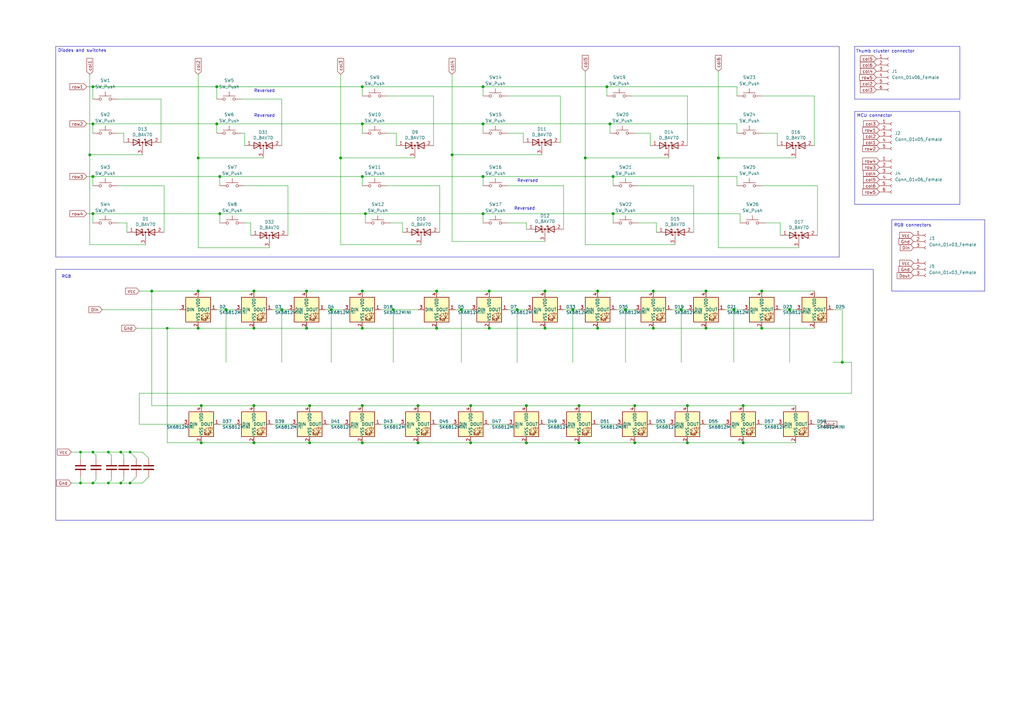
<source format=kicad_sch>
(kicad_sch (version 20221004) (generator eeschema)
  (paper "A3")
  (title_block (title "flex.sch") (date "2022-02-20") (company "bastard keyboards") (comment 3 "CC BY-NC-SA 4.0") (comment 4 "Copyright Quentin Lebastard 2022"))
  (lib_symbols
    (symbol "Connector:Conn_01x03_Female" (pin_names (offset 1.016) hide)
      (property "Reference" "J" (at 0 5.08 0))
      (property "Value" "Conn_01x03_Female" (at 0 -5.08 0))
      (symbol "Conn_01x03_Female_1_1"
        (arc (start 0 -2.032) (mid -0.5058 -2.54) (end 0 -3.048) (stroke (width 0.1524)))
        (polyline (pts (xy -1.27 -2.54) (xy -0.508 -2.54)) (stroke (width 0.1524)))
        (polyline (pts (xy -1.27 0) (xy -0.508 0)) (stroke (width 0.1524)))
        (polyline (pts (xy -1.27 2.54) (xy -0.508 2.54)) (stroke (width 0.1524)))
        (arc (start 0 0.508) (mid -0.5058 0) (end 0 -0.508) (stroke (width 0.1524)))
        (arc (start 0 3.048) (mid -0.5058 2.54) (end 0 2.032) (stroke (width 0.1524)))
        (pin passive line (at -5.08 2.54 0) (length 3.81) (name "Pin_1") (number "1"))
        (pin passive line (at -5.08 0 0) (length 3.81) (name "Pin_2") (number "2"))
        (pin passive line (at -5.08 -2.54 0) (length 3.81) (name "Pin_3") (number "3"))
      )
    )
    (symbol "Connector:Conn_01x05_Female" (pin_names (offset 1.016) hide)
      (property "Reference" "J" (at 0 7.62 0))
      (property "Value" "Conn_01x05_Female" (at 0 -7.62 0))
      (symbol "Conn_01x05_Female_1_1"
        (arc (start 0 -4.572) (mid -0.5058 -5.08) (end 0 -5.588) (stroke (width 0.1524)))
        (arc (start 0 -2.032) (mid -0.5058 -2.54) (end 0 -3.048) (stroke (width 0.1524)))
        (polyline (pts (xy -1.27 -5.08) (xy -0.508 -5.08)) (stroke (width 0.1524)))
        (polyline (pts (xy -1.27 -2.54) (xy -0.508 -2.54)) (stroke (width 0.1524)))
        (polyline (pts (xy -1.27 0) (xy -0.508 0)) (stroke (width 0.1524)))
        (polyline (pts (xy -1.27 2.54) (xy -0.508 2.54)) (stroke (width 0.1524)))
        (polyline (pts (xy -1.27 5.08) (xy -0.508 5.08)) (stroke (width 0.1524)))
        (arc (start 0 0.508) (mid -0.5058 0) (end 0 -0.508) (stroke (width 0.1524)))
        (arc (start 0 3.048) (mid -0.5058 2.54) (end 0 2.032) (stroke (width 0.1524)))
        (arc (start 0 5.588) (mid -0.5058 5.08) (end 0 4.572) (stroke (width 0.1524)))
        (pin passive line (at -5.08 5.08 0) (length 3.81) (name "Pin_1") (number "1"))
        (pin passive line (at -5.08 2.54 0) (length 3.81) (name "Pin_2") (number "2"))
        (pin passive line (at -5.08 0 0) (length 3.81) (name "Pin_3") (number "3"))
        (pin passive line (at -5.08 -2.54 0) (length 3.81) (name "Pin_4") (number "4"))
        (pin passive line (at -5.08 -5.08 0) (length 3.81) (name "Pin_5") (number "5"))
      )
    )
    (symbol "Connector:Conn_01x06_Female" (pin_names (offset 1.016) hide)
      (property "Reference" "J" (at 0 7.62 0))
      (property "Value" "Conn_01x06_Female" (at 0 -10.16 0))
      (symbol "Conn_01x06_Female_1_1"
        (arc (start 0 -7.112) (mid -0.5058 -7.62) (end 0 -8.128) (stroke (width 0.1524)))
        (arc (start 0 -4.572) (mid -0.5058 -5.08) (end 0 -5.588) (stroke (width 0.1524)))
        (arc (start 0 -2.032) (mid -0.5058 -2.54) (end 0 -3.048) (stroke (width 0.1524)))
        (polyline (pts (xy -1.27 -7.62) (xy -0.508 -7.62)) (stroke (width 0.1524)))
        (polyline (pts (xy -1.27 -5.08) (xy -0.508 -5.08)) (stroke (width 0.1524)))
        (polyline (pts (xy -1.27 -2.54) (xy -0.508 -2.54)) (stroke (width 0.1524)))
        (polyline (pts (xy -1.27 0) (xy -0.508 0)) (stroke (width 0.1524)))
        (polyline (pts (xy -1.27 2.54) (xy -0.508 2.54)) (stroke (width 0.1524)))
        (polyline (pts (xy -1.27 5.08) (xy -0.508 5.08)) (stroke (width 0.1524)))
        (arc (start 0 0.508) (mid -0.5058 0) (end 0 -0.508) (stroke (width 0.1524)))
        (arc (start 0 3.048) (mid -0.5058 2.54) (end 0 2.032) (stroke (width 0.1524)))
        (arc (start 0 5.588) (mid -0.5058 5.08) (end 0 4.572) (stroke (width 0.1524)))
        (pin passive line (at -5.08 5.08 0) (length 3.81) (name "Pin_1") (number "1"))
        (pin passive line (at -5.08 2.54 0) (length 3.81) (name "Pin_2") (number "2"))
        (pin passive line (at -5.08 0 0) (length 3.81) (name "Pin_3") (number "3"))
        (pin passive line (at -5.08 -2.54 0) (length 3.81) (name "Pin_4") (number "4"))
        (pin passive line (at -5.08 -5.08 0) (length 3.81) (name "Pin_5") (number "5"))
        (pin passive line (at -5.08 -7.62 0) (length 3.81) (name "Pin_6") (number "6"))
      )
    )
    (symbol "Device:C" (pin_numbers hide) (pin_names (offset 0.254))
      (property "Reference" "C" (at 0.635 2.54 0))
      (property "Value" "C" (at 0.635 -2.54 0))
      (symbol "C_0_1"
        (polyline (pts (xy -2.032 -0.762) (xy 2.032 -0.762)) (stroke (width 0.508)))
        (polyline (pts (xy -2.032 0.762) (xy 2.032 0.762)) (stroke (width 0.508)))
      )
      (symbol "C_1_1"
        (pin passive line (at 0 3.81 270) (length 2.794) (name "~") (number "1"))
        (pin passive line (at 0 -3.81 90) (length 2.794) (name "~") (number "2"))
      )
    )
    (symbol "kbd:D_BAV70" (pin_names (offset 0.762) hide)
      (property "Reference" "D13" (at 0 5.4802 0))
      (property "Value" "D_BAV70" (at 0 3.1815 0))
      (symbol "D_BAV70_0_1"
        (polyline (pts (xy -3.81 0) (xy 3.81 0)))
        (polyline (pts (xy 0 0) (xy 0 -2.54)))
        (polyline (pts (xy -1.27 -1.27) (xy -1.27 1.27) (xy -1.27 1.27)) (stroke (width 0.254)))
        (polyline (pts (xy 1.27 -1.27) (xy 1.27 1.27) (xy 1.27 1.27)) (stroke (width 0.254)))
        (polyline (pts (xy -1.27 -1.27) (xy -0.762 -1.27) (xy -0.762 -1.016) (xy -0.762 -1.016)) (stroke (width 0.254)))
        (polyline (pts (xy 1.27 -1.27) (xy 1.778 -1.27) (xy 1.778 -1.016) (xy 1.778 -1.016)) (stroke (width 0.254)))
        (polyline (pts (xy 1.27 1.27) (xy 0.762 1.27) (xy 0.762 1.016) (xy 0.762 1.016)) (stroke (width 0.254)))
        (polyline (pts (xy -1.778 1.016) (xy -1.778 1.27) (xy -1.27 1.27) (xy -1.27 1.27) (xy -1.27 1.27)) (stroke (width 0.254)))
        (polyline (pts (xy -3.81 1.27) (xy -1.27 0) (xy -3.81 -1.27) (xy -3.81 1.27) (xy -3.81 1.27) (xy -3.81 1.27)) (stroke (width 0.254)))
        (polyline (pts (xy 3.81 -1.27) (xy 1.27 0) (xy 3.81 1.27) (xy 3.81 -1.27) (xy 3.81 -1.27) (xy 3.81 -1.27)) (stroke (width 0.254)))
        (circle (center 0 0) (radius 0.254) (fill (type outline)))
        (pin passive line (at -7.62 0 0) (length 3.81) (name "A") (number "1"))
        (pin passive line (at 7.62 0 180) (length 3.81) (name "A") (number "2"))
        (pin passive line (at 0 -5.08 90) (length 2.54) (name "K") (number "3"))
      )
    )
    (symbol "kbd:SK6803MINI-E" (pin_names (offset 0.254))
      (property "Reference" "D2" (at 8.6361 1.1494 0))
      (property "Value" "SK6812MINI" (at 8.6361 -1.1493 0))
      (symbol "SK6803MINI-E_0_0"
        (text "RGB" (at 2.286 -4.191 0) (effects (font (size 0.762 0.762))))
      )
      (symbol "SK6803MINI-E_0_1"
        (polyline (pts (xy 1.27 -3.556) (xy 1.778 -3.556)))
        (polyline (pts (xy 1.27 -2.54) (xy 1.778 -2.54)))
        (polyline (pts (xy 4.699 -3.556) (xy 2.667 -3.556)))
        (polyline (pts (xy 2.286 -2.54) (xy 1.27 -3.556) (xy 1.27 -3.048)))
        (polyline (pts (xy 2.286 -1.524) (xy 1.27 -2.54) (xy 1.27 -2.032)))
        (polyline (pts (xy 3.683 -1.016) (xy 3.683 -3.556) (xy 3.683 -4.064)))
        (polyline (pts (xy 4.699 -1.524) (xy 2.667 -1.524) (xy 3.683 -3.556) (xy 4.699 -1.524)))
        (rectangle (start 5.08 5.08) (end -5.08 -5.08) (stroke (width 0.254)) (fill (type background)))
      )
      (symbol "SK6803MINI-E_1_1"
        (pin output line (at 7.62 0 180) (length 2.54) (name "DOUT") (number "1"))
        (pin power_in line (at 0 -7.62 90) (length 2.54) (name "VSS") (number "2"))
        (pin input line (at -7.62 0 0) (length 2.54) (name "DIN") (number "3"))
        (pin power_in line (at 0 7.62 270) (length 2.54) (name "VDD") (number "4"))
      )
    )
    (symbol "kbd:SW_Push" (pin_numbers hide) (pin_names hide)
      (property "Reference" "SW1" (at 0 7.62 0))
      (property "Value" "SW_Push" (at 0 5.08 0))
      (symbol "SW_Push_0_1"
        (circle (center -2.032 0) (radius 0.508))
        (polyline (pts (xy 0 1.27) (xy 0 3.048)))
        (polyline (pts (xy 2.54 1.27) (xy -2.54 1.27)))
        (circle (center 2.032 0) (radius 0.508))
        (pin passive line (at -5.08 0 0) (length 2.54) (name "1") (number "1"))
        (pin passive line (at 5.08 0 180) (length 2.54) (name "2") (number "2"))
      )
    )
  )
  (junction (at 345.44 148.59) (diameter 1.016))
  (junction (at 148.59 35.56) (diameter 1.016))
  (junction (at 215.9 166.37) (diameter 1.016))
  (junction (at 240.03 64.77) (diameter 1.016))
  (junction (at 179.07 119.38) (diameter 1.016))
  (junction (at 200.66 119.38) (diameter 1.016))
  (junction (at 198.12 87.63) (diameter 1.016))
  (junction (at 127 166.37) (diameter 1.016))
  (junction (at 88.9 35.56) (diameter 1.016))
  (junction (at 38.1 198.12))
  (junction (at 38.1 185.42))
  (junction (at 179.07 134.62) (diameter 1.016))
  (junction (at 256.54 127) (diameter 1.016))
  (junction (at 82.55 181.61) (diameter 1.016))
  (junction (at 104.14 119.38) (diameter 1.016))
  (junction (at 171.45 181.61) (diameter 1.016))
  (junction (at 215.9 181.61) (diameter 1.016))
  (junction (at 312.42 134.62) (diameter 1.016))
  (junction (at 171.45 166.37) (diameter 1.016))
  (junction (at 148.59 72.39) (diameter 1.016))
  (junction (at 223.52 134.62) (diameter 1.016))
  (junction (at 115.57 127) (diameter 1.016))
  (junction (at 279.4 127) (diameter 1.016))
  (junction (at 38.1 72.39) (diameter 1.016))
  (junction (at 81.28 119.38) (diameter 1.016))
  (junction (at 88.9 50.8) (diameter 1.016))
  (junction (at 248.92 35.56) (diameter 1.016))
  (junction (at 212.09 127) (diameter 1.016))
  (junction (at 281.94 181.61) (diameter 1.016))
  (junction (at 125.73 134.62) (diameter 1.016))
  (junction (at 300.99 127) (diameter 1.016))
  (junction (at 81.28 64.77) (diameter 1.016))
  (junction (at 104.14 166.37) (diameter 1.016))
  (junction (at 289.56 134.62) (diameter 1.016))
  (junction (at 38.1 35.56) (diameter 1.016))
  (junction (at 234.95 127) (diameter 1.016))
  (junction (at 148.59 134.62) (diameter 1.016))
  (junction (at 82.55 166.37) (diameter 1.016))
  (junction (at 148.59 119.38) (diameter 1.016))
  (junction (at 62.23 119.38) (diameter 1.016))
  (junction (at 38.1 50.8) (diameter 1.016))
  (junction (at 281.94 166.37) (diameter 1.016))
  (junction (at 81.28 134.62) (diameter 1.016))
  (junction (at 245.11 134.62) (diameter 1.016))
  (junction (at 44.45 198.12))
  (junction (at 267.97 119.38) (diameter 1.016))
  (junction (at 161.29 127) (diameter 1.016))
  (junction (at 237.49 181.61) (diameter 1.016))
  (junction (at 289.56 119.38) (diameter 1.016))
  (junction (at 304.8 181.61) (diameter 1.016))
  (junction (at 68.58 134.62))
  (junction (at 104.14 181.61) (diameter 1.016))
  (junction (at 127 181.61) (diameter 1.016))
  (junction (at 260.35 181.61) (diameter 1.016))
  (junction (at 245.11 119.38) (diameter 1.016))
  (junction (at 198.12 72.39) (diameter 1.016))
  (junction (at 189.23 127) (diameter 1.016))
  (junction (at 149.86 87.63) (diameter 1.016))
  (junction (at 33.02 198.12))
  (junction (at 198.12 50.8) (diameter 1.016))
  (junction (at 251.46 87.63) (diameter 1.016))
  (junction (at 223.52 119.38) (diameter 1.016))
  (junction (at 323.85 127) (diameter 1.016))
  (junction (at 260.35 166.37) (diameter 1.016))
  (junction (at 148.59 50.8) (diameter 1.016))
  (junction (at 53.34 198.12))
  (junction (at 125.73 119.38) (diameter 1.016))
  (junction (at 49.53 185.42))
  (junction (at 148.59 166.37) (diameter 1.016))
  (junction (at 198.12 35.56) (diameter 1.016))
  (junction (at 251.46 72.39) (diameter 1.016))
  (junction (at 185.42 63.5) (diameter 1.016))
  (junction (at 294.64 64.77) (diameter 1.016))
  (junction (at 135.89 127) (diameter 1.016))
  (junction (at 304.8 166.37) (diameter 1.016))
  (junction (at 49.53 198.12))
  (junction (at 193.04 181.61) (diameter 1.016))
  (junction (at 250.19 50.8) (diameter 1.016))
  (junction (at 38.1 87.63) (diameter 1.016))
  (junction (at 33.02 185.42))
  (junction (at 267.97 134.62) (diameter 1.016))
  (junction (at 139.7 64.77) (diameter 1.016))
  (junction (at 104.14 134.62) (diameter 1.016))
  (junction (at 193.04 166.37) (diameter 1.016))
  (junction (at 148.59 181.61) (diameter 1.016))
  (junction (at 36.83 63.5) (diameter 1.016))
  (junction (at 92.71 127) (diameter 1.016))
  (junction (at 53.34 185.42))
  (junction (at 312.42 119.38) (diameter 1.016))
  (junction (at 44.45 185.42))
  (junction (at 90.17 72.39) (diameter 1.016))
  (junction (at 90.17 87.63) (diameter 1.016))
  (junction (at 200.66 134.62) (diameter 1.016))
  (junction (at 237.49 166.37) (diameter 1.016))
  (wire (pts (xy 82.55 166.37) (xy 104.14 166.37)))
  (wire (pts (xy 186.69 127) (xy 189.23 127)))
  (wire (pts (xy 294.64 101.6) (xy 327.66 101.6)))
  (wire (pts (xy 90.17 173.99) (xy 96.52 173.99)))
  (wire (pts (xy 45.72 186.69) (xy 44.45 185.42)))
  (wire (pts (xy 198.12 35.56) (xy 198.12 39.37)))
  (wire (pts (xy 231.14 127) (xy 234.95 127)))
  (wire (pts (xy 312.42 76.2) (xy 335.28 76.2)))
  (wire (pts (xy 172.72 100.33) (xy 139.7 100.33)))
  (wire (pts (xy 50.8 196.85) (xy 49.53 198.12)))
  (wire (pts (xy 294.64 29.21) (xy 294.64 64.77)))
  (polyline (pts (xy 403.86 90.17) (xy 403.86 119.38)))
  (wire (pts (xy 281.94 39.37) (xy 281.94 59.69)))
  (polyline (pts (xy 350.52 19.05) (xy 393.7 19.05)))
  (wire (pts (xy 38.1 72.39) (xy 38.1 76.2)))
  (wire (pts (xy 165.1 91.44) (xy 165.1 95.25)))
  (wire (pts (xy 345.44 148.59) (xy 349.25 148.59)))
  (wire (pts (xy 158.75 39.37) (xy 177.8 39.37)))
  (polyline (pts (xy 358.14 110.49) (xy 358.14 213.36)))
  (wire (pts (xy 148.59 166.37) (xy 171.45 166.37)))
  (wire (pts (xy 177.8 39.37) (xy 177.8 59.69)))
  (wire (pts (xy 148.59 72.39) (xy 148.59 76.2)))
  (wire (pts (xy 57.15 161.29) (xy 57.15 173.99)))
  (wire (pts (xy 251.46 87.63) (xy 198.12 87.63)))
  (wire (pts (xy 320.04 91.44) (xy 320.04 96.52)))
  (wire (pts (xy 104.14 119.38) (xy 125.73 119.38)))
  (wire (pts (xy 49.53 198.12) (xy 53.34 198.12)))
  (polyline (pts (xy 22.86 110.49) (xy 30.48 110.49)))
  (wire (pts (xy 266.7 54.61) (xy 266.7 59.69)))
  (wire (pts (xy 289.56 173.99) (xy 297.18 173.99)))
  (wire (pts (xy 81.28 64.77) (xy 81.28 101.6)))
  (polyline (pts (xy 22.86 19.05) (xy 344.17 19.05)))
  (wire (pts (xy 193.04 166.37) (xy 215.9 166.37)))
  (wire (pts (xy 135.89 127) (xy 140.97 127)))
  (wire (pts (xy 156.21 127) (xy 161.29 127)))
  (wire (pts (xy 33.02 198.12) (xy 33.02 195.58)))
  (wire (pts (xy 240.03 64.77) (xy 274.32 64.77)))
  (wire (pts (xy 99.06 40.64) (xy 115.57 40.64)))
  (polyline (pts (xy 365.76 90.17) (xy 365.76 119.38)))
  (wire (pts (xy 60.96 187.96) (xy 58.42 185.42)))
  (wire (pts (xy 45.72 187.96) (xy 45.72 186.69)))
  (wire (pts (xy 148.59 181.61) (xy 171.45 181.61)))
  (wire (pts (xy 90.17 87.63) (xy 149.86 87.63)))
  (wire (pts (xy 240.03 29.21) (xy 240.03 64.77)))
  (wire (pts (xy 312.42 134.62) (xy 334.01 134.62)))
  (wire (pts (xy 158.75 54.61) (xy 162.56 54.61)))
  (wire (pts (xy 231.14 76.2) (xy 231.14 93.98)))
  (wire (pts (xy 44.45 198.12) (xy 49.53 198.12)))
  (wire (pts (xy 313.69 91.44) (xy 320.04 91.44)))
  (wire (pts (xy 104.14 166.37) (xy 127 166.37)))
  (wire (pts (xy 208.28 127) (xy 212.09 127)))
  (wire (pts (xy 198.12 87.63) (xy 198.12 91.44)))
  (wire (pts (xy 88.9 50.8) (xy 148.59 50.8)))
  (wire (pts (xy 38.1 35.56) (xy 38.1 40.64)))
  (wire (pts (xy 223.52 134.62) (xy 245.11 134.62)))
  (wire (pts (xy 148.59 134.62) (xy 179.07 134.62)))
  (wire (pts (xy 104.14 181.61) (xy 127 181.61)))
  (wire (pts (xy 260.35 181.61) (xy 281.94 181.61)))
  (wire (pts (xy 234.95 127) (xy 234.95 148.59)))
  (wire (pts (xy 52.07 91.44) (xy 52.07 95.25)))
  (polyline (pts (xy 22.86 19.05) (xy 22.86 105.41)))
  (wire (pts (xy 88.9 35.56) (xy 148.59 35.56)))
  (wire (pts (xy 82.55 181.61) (xy 104.14 181.61)))
  (polyline (pts (xy 393.7 83.82) (xy 350.52 83.82)))
  (wire (pts (xy 304.8 181.61) (xy 326.39 181.61)))
  (wire (pts (xy 135.89 127) (xy 135.89 148.59)))
  (wire (pts (xy 261.62 91.44) (xy 269.24 91.44)))
  (wire (pts (xy 245.11 173.99) (xy 252.73 173.99)))
  (wire (pts (xy 68.58 181.61) (xy 82.55 181.61)))
  (polyline (pts (xy 350.52 45.72) (xy 393.7 45.72)))
  (wire (pts (xy 55.88 187.96) (xy 53.34 185.42)))
  (wire (pts (xy 36.83 30.48) (xy 36.83 63.5)))
  (wire (pts (xy 256.54 127) (xy 260.35 127)))
  (wire (pts (xy 162.56 54.61) (xy 162.56 59.69)))
  (wire (pts (xy 212.09 127) (xy 215.9 127)))
  (wire (pts (xy 44.45 185.42) (xy 49.53 185.42)))
  (wire (pts (xy 90.17 87.63) (xy 90.17 91.44)))
  (wire (pts (xy 148.59 35.56) (xy 148.59 39.37)))
  (wire (pts (xy 33.02 185.42) (xy 29.21 185.42)))
  (wire (pts (xy 38.1 87.63) (xy 38.1 91.44)))
  (wire (pts (xy 53.34 185.42) (xy 58.42 185.42)))
  (wire (pts (xy 312.42 39.37) (xy 334.01 39.37)))
  (wire (pts (xy 179.07 134.62) (xy 200.66 134.62)))
  (wire (pts (xy 200.66 134.62) (xy 223.52 134.62)))
  (wire (pts (xy 294.64 64.77) (xy 294.64 101.6)))
  (wire (pts (xy 50.8 186.69) (xy 49.53 185.42)))
  (wire (pts (xy 45.72 195.58) (xy 45.72 196.85)))
  (wire (pts (xy 55.88 134.62) (xy 68.58 134.62)))
  (polyline (pts (xy 344.17 19.05) (xy 344.17 105.41)))
  (wire (pts (xy 29.21 198.12) (xy 33.02 198.12)))
  (wire (pts (xy 35.56 87.63) (xy 38.1 87.63)))
  (wire (pts (xy 349.25 161.29) (xy 57.15 161.29)))
  (wire (pts (xy 57.15 173.99) (xy 74.93 173.99)))
  (wire (pts (xy 88.9 35.56) (xy 88.9 40.64)))
  (wire (pts (xy 198.12 35.56) (xy 248.92 35.56)))
  (wire (pts (xy 250.19 50.8) (xy 302.26 50.8)))
  (wire (pts (xy 279.4 127) (xy 279.4 148.59)))
  (wire (pts (xy 111.76 127) (xy 115.57 127)))
  (wire (pts (xy 240.03 100.33) (xy 276.86 100.33)))
  (wire (pts (xy 245.11 134.62) (xy 267.97 134.62)))
  (wire (pts (xy 36.83 100.33) (xy 59.69 100.33)))
  (wire (pts (xy 92.71 127) (xy 92.71 148.59)))
  (wire (pts (xy 62.23 119.38) (xy 62.23 166.37)))
  (wire (pts (xy 99.06 54.61) (xy 100.33 54.61)))
  (wire (pts (xy 171.45 181.61) (xy 193.04 181.61)))
  (wire (pts (xy 269.24 91.44) (xy 269.24 95.25)))
  (wire (pts (xy 323.85 127) (xy 323.85 148.59)))
  (wire (pts (xy 35.56 72.39) (xy 38.1 72.39)))
  (wire (pts (xy 39.37 196.85) (xy 38.1 198.12)))
  (wire (pts (xy 256.54 127) (xy 256.54 148.59)))
  (wire (pts (xy 81.28 134.62) (xy 104.14 134.62)))
  (wire (pts (xy 111.76 173.99) (xy 119.38 173.99)))
  (wire (pts (xy 212.09 127) (xy 212.09 148.59)))
  (wire (pts (xy 118.11 76.2) (xy 118.11 96.52)))
  (wire (pts (xy 302.26 72.39) (xy 302.26 76.2)))
  (wire (pts (xy 35.56 50.8) (xy 38.1 50.8)))
  (wire (pts (xy 284.48 76.2) (xy 284.48 95.25)))
  (wire (pts (xy 300.99 127) (xy 300.99 148.59)))
  (wire (pts (xy 260.35 54.61) (xy 266.7 54.61)))
  (wire (pts (xy 156.21 173.99) (xy 163.83 173.99)))
  (wire (pts (xy 48.26 76.2) (xy 67.31 76.2)))
  (polyline (pts (xy 393.7 40.64) (xy 350.52 40.64)))
  (wire (pts (xy 50.8 187.96) (xy 50.8 186.69)))
  (wire (pts (xy 38.1 35.56) (xy 88.9 35.56)))
  (wire (pts (xy 234.95 127) (xy 237.49 127)))
  (wire (pts (xy 198.12 72.39) (xy 198.12 76.2)))
  (wire (pts (xy 38.1 50.8) (xy 88.9 50.8)))
  (polyline (pts (xy 344.17 105.41) (xy 22.86 105.41)))
  (wire (pts (xy 35.56 35.56) (xy 38.1 35.56)))
  (wire (pts (xy 289.56 134.62) (xy 312.42 134.62)))
  (wire (pts (xy 297.18 127) (xy 300.99 127)))
  (wire (pts (xy 161.29 127) (xy 161.29 148.59)))
  (wire (pts (xy 275.59 127) (xy 279.4 127)))
  (polyline (pts (xy 350.52 45.72) (xy 350.52 83.82)))
  (polyline (pts (xy 393.7 45.72) (xy 393.7 83.82)))
  (wire (pts (xy 189.23 127) (xy 189.23 148.59)))
  (wire (pts (xy 81.28 119.38) (xy 104.14 119.38)))
  (wire (pts (xy 240.03 64.77) (xy 240.03 100.33)))
  (wire (pts (xy 208.28 91.44) (xy 215.9 91.44)))
  (wire (pts (xy 341.63 148.59) (xy 345.44 148.59)))
  (wire (pts (xy 39.37 186.69) (xy 38.1 185.42)))
  (wire (pts (xy 193.04 181.61) (xy 215.9 181.61)))
  (wire (pts (xy 229.87 58.42) (xy 229.87 39.37)))
  (wire (pts (xy 158.75 76.2) (xy 180.34 76.2)))
  (wire (pts (xy 302.26 50.8) (xy 302.26 54.61)))
  (wire (pts (xy 38.1 185.42) (xy 44.45 185.42)))
  (wire (pts (xy 334.01 39.37) (xy 334.01 59.69)))
  (wire (pts (xy 133.35 127) (xy 135.89 127)))
  (wire (pts (xy 289.56 119.38) (xy 312.42 119.38)))
  (wire (pts (xy 36.83 63.5) (xy 36.83 100.33)))
  (wire (pts (xy 214.63 54.61) (xy 214.63 58.42)))
  (wire (pts (xy 198.12 50.8) (xy 198.12 54.61)))
  (wire (pts (xy 237.49 166.37) (xy 260.35 166.37)))
  (wire (pts (xy 45.72 196.85) (xy 44.45 198.12)))
  (wire (pts (xy 48.26 40.64) (xy 66.04 40.64)))
  (wire (pts (xy 88.9 50.8) (xy 88.9 54.61)))
  (wire (pts (xy 250.19 50.8) (xy 250.19 54.61)))
  (wire (pts (xy 267.97 119.38) (xy 289.56 119.38)))
  (wire (pts (xy 318.77 54.61) (xy 318.77 59.69)))
  (wire (pts (xy 248.92 35.56) (xy 302.26 35.56)))
  (wire (pts (xy 161.29 127) (xy 171.45 127)))
  (wire (pts (xy 115.57 40.64) (xy 115.57 59.69)))
  (wire (pts (xy 48.26 54.61) (xy 50.8 54.61)))
  (wire (pts (xy 345.44 127) (xy 345.44 148.59)))
  (wire (pts (xy 179.07 173.99) (xy 185.42 173.99)))
  (wire (pts (xy 149.86 87.63) (xy 149.86 91.44)))
  (wire (pts (xy 334.01 173.99) (xy 336.55 173.99)))
  (wire (pts (xy 66.04 40.64) (xy 66.04 58.42)))
  (wire (pts (xy 88.9 127) (xy 92.71 127)))
  (wire (pts (xy 335.28 76.2) (xy 335.28 96.52)))
  (wire (pts (xy 115.57 127) (xy 118.11 127)))
  (wire (pts (xy 92.71 127) (xy 96.52 127)))
  (wire (pts (xy 57.15 119.38) (xy 62.23 119.38)))
  (wire (pts (xy 223.52 173.99) (xy 229.87 173.99)))
  (wire (pts (xy 267.97 134.62) (xy 289.56 134.62)))
  (wire (pts (xy 245.11 119.38) (xy 267.97 119.38)))
  (wire (pts (xy 185.42 63.5) (xy 222.25 63.5)))
  (wire (pts (xy 200.66 173.99) (xy 208.28 173.99)))
  (wire (pts (xy 134.62 173.99) (xy 140.97 173.99)))
  (wire (pts (xy 33.02 187.96) (xy 33.02 185.42)))
  (wire (pts (xy 252.73 127) (xy 256.54 127)))
  (wire (pts (xy 267.97 173.99) (xy 274.32 173.99)))
  (wire (pts (xy 100.33 54.61) (xy 100.33 59.69)))
  (wire (pts (xy 251.46 87.63) (xy 303.53 87.63)))
  (wire (pts (xy 304.8 166.37) (xy 326.39 166.37)))
  (wire (pts (xy 38.1 72.39) (xy 90.17 72.39)))
  (wire (pts (xy 251.46 91.44) (xy 251.46 87.63)))
  (wire (pts (xy 160.02 91.44) (xy 165.1 91.44)))
  (wire (pts (xy 302.26 35.56) (xy 302.26 39.37)))
  (wire (pts (xy 148.59 35.56) (xy 198.12 35.56)))
  (wire (pts (xy 49.53 185.42) (xy 53.34 185.42)))
  (wire (pts (xy 148.59 72.39) (xy 198.12 72.39)))
  (wire (pts (xy 279.4 127) (xy 281.94 127)))
  (wire (pts (xy 294.64 64.77) (xy 326.39 64.77)))
  (wire (pts (xy 180.34 76.2) (xy 180.34 95.25)))
  (wire (pts (xy 115.57 127) (xy 115.57 148.59)))
  (wire (pts (xy 179.07 119.38) (xy 200.66 119.38)))
  (wire (pts (xy 148.59 50.8) (xy 198.12 50.8)))
  (wire (pts (xy 312.42 173.99) (xy 318.77 173.99)))
  (wire (pts (xy 208.28 54.61) (xy 214.63 54.61)))
  (wire (pts (xy 68.58 134.62) (xy 68.58 181.61)))
  (wire (pts (xy 237.49 181.61) (xy 260.35 181.61)))
  (wire (pts (xy 33.02 185.42) (xy 38.1 185.42)))
  (wire (pts (xy 125.73 119.38) (xy 148.59 119.38)))
  (wire (pts (xy 33.02 198.12) (xy 38.1 198.12)))
  (wire (pts (xy 189.23 127) (xy 193.04 127)))
  (wire (pts (xy 198.12 72.39) (xy 251.46 72.39)))
  (wire (pts (xy 55.88 195.58) (xy 53.34 198.12)))
  (wire (pts (xy 312.42 54.61) (xy 318.77 54.61)))
  (wire (pts (xy 148.59 50.8) (xy 148.59 54.61)))
  (wire (pts (xy 48.26 91.44) (xy 52.07 91.44)))
  (wire (pts (xy 215.9 181.61) (xy 237.49 181.61)))
  (wire (pts (xy 90.17 72.39) (xy 90.17 76.2)))
  (wire (pts (xy 90.17 72.39) (xy 148.59 72.39)))
  (wire (pts (xy 53.34 198.12) (xy 58.42 198.12)))
  (polyline (pts (xy 22.86 213.36) (xy 22.86 110.49)))
  (wire (pts (xy 281.94 181.61) (xy 304.8 181.61)))
  (wire (pts (xy 102.87 91.44) (xy 102.87 96.52)))
  (wire (pts (xy 139.7 64.77) (xy 170.18 64.77)))
  (wire (pts (xy 341.63 127) (xy 345.44 127)))
  (wire (pts (xy 125.73 134.62) (xy 148.59 134.62)))
  (wire (pts (xy 185.42 99.06) (xy 223.52 99.06)))
  (wire (pts (xy 185.42 63.5) (xy 185.42 99.06)))
  (wire (pts (xy 39.37 195.58) (xy 39.37 196.85)))
  (wire (pts (xy 100.33 76.2) (xy 118.11 76.2)))
  (polyline (pts (xy 393.7 19.05) (xy 393.7 40.64)))
  (wire (pts (xy 60.96 195.58) (xy 58.42 198.12)))
  (wire (pts (xy 320.04 127) (xy 323.85 127)))
  (polyline (pts (xy 358.14 213.36) (xy 22.86 213.36)))
  (wire (pts (xy 68.58 134.62) (xy 81.28 134.62)))
  (wire (pts (xy 215.9 91.44) (xy 215.9 93.98)))
  (polyline (pts (xy 365.76 90.17) (xy 403.86 90.17)))
  (wire (pts (xy 323.85 127) (xy 326.39 127)))
  (wire (pts (xy 41.91 127) (xy 73.66 127)))
  (wire (pts (xy 259.08 39.37) (xy 281.94 39.37)))
  (wire (pts (xy 171.45 166.37) (xy 193.04 166.37)))
  (wire (pts (xy 223.52 119.38) (xy 245.11 119.38)))
  (wire (pts (xy 300.99 127) (xy 304.8 127)))
  (wire (pts (xy 110.49 101.6) (xy 81.28 101.6)))
  (wire (pts (xy 107.95 64.77) (xy 81.28 64.77)))
  (wire (pts (xy 349.25 148.59) (xy 349.25 161.29)))
  (wire (pts (xy 38.1 198.12) (xy 44.45 198.12)))
  (polyline (pts (xy 30.48 110.49) (xy 358.14 110.49)))
  (wire (pts (xy 148.59 119.38) (xy 179.07 119.38)))
  (wire (pts (xy 229.87 39.37) (xy 208.28 39.37)))
  (wire (pts (xy 303.53 87.63) (xy 303.53 91.44)))
  (wire (pts (xy 38.1 87.63) (xy 90.17 87.63)))
  (wire (pts (xy 50.8 195.58) (xy 50.8 196.85)))
  (wire (pts (xy 50.8 54.61) (xy 50.8 58.42)))
  (wire (pts (xy 139.7 64.77) (xy 139.7 100.33)))
  (wire (pts (xy 312.42 119.38) (xy 334.01 119.38)))
  (wire (pts (xy 81.28 30.48) (xy 81.28 64.77)))
  (polyline (pts (xy 350.52 19.05) (xy 350.52 40.64)))
  (wire (pts (xy 198.12 50.8) (xy 250.19 50.8)))
  (wire (pts (xy 39.37 187.96) (xy 39.37 186.69)))
  (wire (pts (xy 127 181.61) (xy 148.59 181.61)))
  (wire (pts (xy 38.1 50.8) (xy 38.1 54.61)))
  (wire (pts (xy 127 166.37) (xy 148.59 166.37)))
  (wire (pts (xy 62.23 119.38) (xy 81.28 119.38)))
  (wire (pts (xy 139.7 30.48) (xy 139.7 64.77)))
  (wire (pts (xy 251.46 72.39) (xy 251.46 76.2)))
  (wire (pts (xy 185.42 30.48) (xy 185.42 63.5)))
  (polyline (pts (xy 403.86 119.38) (xy 365.76 119.38)))
  (wire (pts (xy 251.46 72.39) (xy 302.26 72.39)))
  (wire (pts (xy 62.23 166.37) (xy 82.55 166.37)))
  (wire (pts (xy 208.28 76.2) (xy 231.14 76.2)))
  (wire (pts (xy 261.62 76.2) (xy 284.48 76.2)))
  (wire (pts (xy 149.86 87.63) (xy 198.12 87.63)))
  (wire (pts (xy 200.66 119.38) (xy 223.52 119.38)))
  (wire (pts (xy 281.94 166.37) (xy 304.8 166.37)))
  (wire (pts (xy 215.9 166.37) (xy 237.49 166.37)))
  (wire (pts (xy 260.35 166.37) (xy 281.94 166.37)))
  (wire (pts (xy 248.92 39.37) (xy 248.92 35.56)))
  (wire (pts (xy 104.14 134.62) (xy 125.73 134.62)))
  (wire (pts (xy 100.33 91.44) (xy 102.87 91.44)))
  (wire (pts (xy 67.31 76.2) (xy 67.31 95.25)))
  (wire (pts (xy 58.42 63.5) (xy 36.83 63.5)))
  (text "Reversed" (at 212.09 74.93 0) (effects (font (size 1.27 1.27)) (justify left bottom)))
  (text "Diodes and switches" (at 43.688 21.59 0) (effects (font (size 1.27 1.27)) (justify right bottom)))
  (text "Reversed" (at 104.14 38.1 0) (effects (font (size 1.27 1.27)) (justify left bottom)))
  (text "RGB" (at 29.21 114.3 0) (effects (font (size 1.27 1.27)) (justify right bottom)))
  (text "MCU connector" (at 366.014 48.26 0) (effects (font (size 1.27 1.27)) (justify right bottom)))
  (text "Reversed" (at 210.82 86.36 0) (effects (font (size 1.27 1.27)) (justify left bottom)))
  (text "Thumb cluster connector" (at 375.158 21.844 0) (effects (font (size 1.27 1.27)) (justify right bottom)))
  (text "This work is licensed under a Creative Commons Attribution-NonCommercial-ShareAlike 4.0 International License." (at 429.26 378.46 0) (effects (font (size 1.27 1.27)) (justify left bottom)))
  (text "RGB connectors" (at 382.016 93.218 0) (effects (font (size 1.27 1.27)) (justify right bottom)))
  (text "Reversed" (at 104.14 48.26 0) (effects (font (size 1.27 1.27)) (justify left bottom)))
  (global_label "Din" (shape input) (at 41.91 127 180) (property "Intersheet References" "${INTERSHEET_REFS}" (effects hide)))
  (global_label "col6" (shape input) (at 360.68 76.2 180) (property "Intersheet References" "${INTERSHEET_REFS}" (effects hide)))
  (global_label "col5" (shape input) (at 360.68 73.66 180) (property "Intersheet References" "${INTERSHEET_REFS}" (effects hide)))
  (global_label "col2" (shape input) (at 359.41 34.29 180) (property "Intersheet References" "${INTERSHEET_REFS}" (effects hide)))
  (global_label "Din" (shape input) (at 374.65 101.6 180) (property "Intersheet References" "${INTERSHEET_REFS}" (effects hide)))
  (global_label "col5" (shape input) (at 240.03 29.21 90) (property "Intersheet References" "${INTERSHEET_REFS}" (effects hide)))
  (global_label "Dout" (shape input) (at 336.55 173.99 0) (property "Intersheet References" "${INTERSHEET_REFS}" (effects hide)))
  (global_label "col3" (shape input) (at 139.7 30.48 90) (property "Intersheet References" "${INTERSHEET_REFS}" (effects hide)))
  (global_label "row3" (shape input) (at 360.68 68.58 180) (property "Intersheet References" "${INTERSHEET_REFS}" (effects hide)))
  (global_label "Vcc" (shape input) (at 57.15 119.38 180) (property "Intersheet References" "${INTERSHEET_REFS}" (effects hide)))
  (global_label "Gnd" (shape input) (at 374.65 99.06 180) (property "Intersheet References" "${INTERSHEET_REFS}" (effects hide)))
  (global_label "row5" (shape input) (at 359.41 31.75 180) (property "Intersheet References" "${INTERSHEET_REFS}" (effects hide)))
  (global_label "col2" (shape input) (at 360.68 55.88 180) (property "Intersheet References" "${INTERSHEET_REFS}" (effects hide)))
  (global_label "row3" (shape input) (at 35.56 72.39 180) (property "Intersheet References" "${INTERSHEET_REFS}" (effects hide)))
  (global_label "Gnd" (shape input) (at 55.88 134.62 180) (property "Intersheet References" "${INTERSHEET_REFS}" (effects hide)))
  (global_label "col4" (shape input) (at 359.41 29.21 180) (property "Intersheet References" "${INTERSHEET_REFS}" (effects hide)))
  (global_label "col3" (shape input) (at 359.41 36.83 180) (property "Intersheet References" "${INTERSHEET_REFS}" (effects hide)))
  (global_label "col4" (shape input) (at 185.42 30.48 90) (property "Intersheet References" "${INTERSHEET_REFS}" (effects hide)))
  (global_label "row5" (shape input) (at 360.68 78.74 180) (property "Intersheet References" "${INTERSHEET_REFS}" (effects hide)))
  (global_label "row1" (shape input) (at 360.68 53.34 180) (property "Intersheet References" "${INTERSHEET_REFS}" (effects hide)))
  (global_label "row4" (shape input) (at 360.68 66.04 180) (property "Intersheet References" "${INTERSHEET_REFS}" (effects hide)))
  (global_label "Vcc" (shape input) (at 29.21 185.42 180) (property "Intersheet References" "${INTERSHEET_REFS}" (effects hide)))
  (global_label "row2" (shape input) (at 360.68 60.96 180) (property "Intersheet References" "${INTERSHEET_REFS}" (effects hide)))
  (global_label "col1" (shape input) (at 360.68 58.42 180) (property "Intersheet References" "${INTERSHEET_REFS}" (effects hide)))
  (global_label "col6" (shape input) (at 359.41 26.67 180) (property "Intersheet References" "${INTERSHEET_REFS}" (effects hide)))
  (global_label "col6" (shape input) (at 294.64 29.21 90) (property "Intersheet References" "${INTERSHEET_REFS}" (effects hide)))
  (global_label "col3" (shape input) (at 360.68 50.8 180) (property "Intersheet References" "${INTERSHEET_REFS}" (effects hide)))
  (global_label "row4" (shape input) (at 35.56 87.63 180) (property "Intersheet References" "${INTERSHEET_REFS}" (effects hide)))
  (global_label "Gnd" (shape input) (at 374.65 110.49 180) (property "Intersheet References" "${INTERSHEET_REFS}" (effects hide)))
  (global_label "row1" (shape input) (at 35.56 35.56 180) (property "Intersheet References" "${INTERSHEET_REFS}" (effects hide)))
  (global_label "Gnd" (shape input) (at 29.21 198.12 180) (property "Intersheet References" "${INTERSHEET_REFS}" (effects hide)))
  (global_label "row2" (shape input) (at 35.56 50.8 180) (property "Intersheet References" "${INTERSHEET_REFS}" (effects hide)))
  (global_label "Vcc" (shape input) (at 374.65 107.95 180) (property "Intersheet References" "${INTERSHEET_REFS}" (effects hide)))
  (global_label "col1" (shape input) (at 36.83 30.48 90) (property "Intersheet References" "${INTERSHEET_REFS}" (effects hide)))
  (global_label "Dout" (shape input) (at 374.65 113.03 180) (property "Intersheet References" "${INTERSHEET_REFS}" (effects hide)))
  (global_label "col5" (shape input) (at 359.41 24.13 180) (property "Intersheet References" "${INTERSHEET_REFS}" (effects hide)))
  (global_label "col2" (shape input) (at 81.28 30.48 90) (property "Intersheet References" "${INTERSHEET_REFS}" (effects hide)))
  (global_label "col4" (shape input) (at 360.68 71.12 180) (property "Intersheet References" "${INTERSHEET_REFS}" (effects hide)))
  (global_label "Vcc" (shape input) (at 374.65 96.52 180) (property "Intersheet References" "${INTERSHEET_REFS}" (effects hide)))
  (symbol (lib_id "kbd:D_BAV70") (at 276.86 95.25 0) (unit 1)
    (property "Reference" "D15" (at 276.86 89.7698 0))
    (property "Value" "D_BAV70" (at 276.86 92.0685 0))
    (property "Footprint" "prettylib:TSOT-23_HandSoldering" (effects hide))
    (property "LCSC" "C68978" (effects hide))
  )
  (symbol (lib_id "Device:C") (at 33.02 191.77 0) (unit 1)
    (property "Reference" "C1" (effects hide))
    (property "Value" "C" (effects hide))
    (property "Footprint" "Capacitor_SMD:C_0805_2012Metric" (effects hide))
  )
  (symbol (lib_id "kbd:SW_Push") (at 43.18 54.61 0) (mirror y) (unit 1)
    (property "Reference" "SW2" (at 43.18 46.99 0))
    (property "Value" "SW_Push" (at 43.18 49.53 0))
    (property "Footprint" "prettylib:SW_MX_KS_Choc-mod" (effects hide))
  )
  (symbol (lib_id "kbd:SW_Push") (at 256.54 91.44 0) (mirror y) (unit 1)
    (property "Reference" "SW22" (at 256.54 83.82 0))
    (property "Value" "SW_Push" (at 256.54 86.36 0))
    (property "Footprint" "prettylib:SW_MX_KS_Choc-mod" (effects hide))
  )
  (symbol (lib_id "kbd:SK6803MINI-E") (at 267.97 127 0) (unit 1)
    (property "Reference" "D19" (at 276.6061 125.8506 0) (effects (justify left)))
    (property "Value" "SK6812MINI" (at 276.6061 128.1493 0) (effects (justify left)))
    (property "Footprint" "prettylib:YS-SK6812MINI-E-bkb" (effects hide))
    (property "Datasheet" "https://cdn-shop.adafruit.com/product-files/2686/SK6812MINI_REV.01-1-2.pdf" (effects hide))
  )
  (symbol (lib_id "kbd:SK6803MINI-E") (at 148.59 173.99 0) (unit 1)
    (property "Reference" "D43" (at 157.2261 172.8406 0) (effects (justify left)))
    (property "Value" "SK6812MINI" (at 157.2261 175.1393 0) (effects (justify left)))
    (property "Footprint" "prettylib:YS-SK6812MINI-E-bkb" (effects hide))
    (property "Datasheet" "https://cdn-shop.adafruit.com/product-files/2686/SK6812MINI_REV.01-1-2.pdf" (effects hide))
  )
  (symbol (lib_id "kbd:SK6803MINI-E") (at 81.28 127 0) (unit 1)
    (property "Reference" "D2" (at 89.9161 125.8506 0) (effects (justify left)))
    (property "Value" "SK6812MINI" (at 89.9161 128.1493 0) (effects (justify left)))
    (property "Footprint" "prettylib:YS-SK6812MINI-E-bkb" (effects hide))
    (property "Datasheet" "https://cdn-shop.adafruit.com/product-files/2686/SK6812MINI_REV.01-1-2.pdf" (effects hide))
  )
  (symbol (lib_id "kbd:SK6803MINI-E") (at 312.42 127 0) (unit 1)
    (property "Reference" "D23" (at 321.0561 125.8506 0) (effects (justify left)))
    (property "Value" "SK6812MINI" (at 321.0561 128.1493 0) (effects (justify left)))
    (property "Footprint" "prettylib:YS-SK6812MINI-E-bkb" (effects hide))
    (property "Datasheet" "https://cdn-shop.adafruit.com/product-files/2686/SK6812MINI_REV.01-1-2.pdf" (effects hide))
  )
  (symbol (lib_id "kbd:D_BAV70") (at 327.66 96.52 0) (unit 1)
    (property "Reference" "D17" (at 327.66 91.0398 0))
    (property "Value" "D_BAV70" (at 327.66 93.3385 0))
    (property "Footprint" "prettylib:TSOT-23_HandSoldering" (effects hide))
    (property "LCSC" "C68978" (effects hide))
  )
  (symbol (lib_id "kbd:SK6803MINI-E") (at 223.52 127 0) (unit 1)
    (property "Reference" "D33" (at 232.1561 125.8506 0) (effects (justify left)))
    (property "Value" "SK6812MINI" (at 232.1561 128.1493 0) (effects (justify left)))
    (property "Footprint" "prettylib:YS-SK6812MINI-E-bkb" (effects hide))
    (property "Datasheet" "https://cdn-shop.adafruit.com/product-files/2686/SK6812MINI_REV.01-1-2.pdf" (effects hide))
  )
  (symbol (lib_id "kbd:SK6803MINI-E") (at 82.55 173.99 0) (unit 1)
    (property "Reference" "D37" (at 91.1861 172.8406 0) (effects (justify left)))
    (property "Value" "SK6812MINI" (at 91.1861 175.1393 0) (effects (justify left)))
    (property "Footprint" "prettylib:YS-SK6812MINI-E-bkb" (effects hide))
    (property "Datasheet" "https://cdn-shop.adafruit.com/product-files/2686/SK6812MINI_REV.01-1-2.pdf" (effects hide))
  )
  (symbol (lib_id "kbd:SW_Push") (at 93.98 40.64 0) (mirror y) (unit 1)
    (property "Reference" "SW5" (at 93.98 33.02 0))
    (property "Value" "SW_Push" (at 93.98 35.56 0))
    (property "Footprint" "prettylib:SW_MX_KS_Choc-mod" (effects hide))
  )
  (symbol (lib_id "kbd:SK6803MINI-E") (at 104.14 173.99 0) (unit 1)
    (property "Reference" "D39" (at 112.7761 172.8406 0) (effects (justify left)))
    (property "Value" "SK6812MINI" (at 112.7761 175.1393 0) (effects (justify left)))
    (property "Footprint" "prettylib:YS-SK6812MINI-E-bkb" (effects hide))
    (property "Datasheet" "https://cdn-shop.adafruit.com/product-files/2686/SK6812MINI_REV.01-1-2.pdf" (effects hide))
  )
  (symbol (lib_id "kbd:SK6803MINI-E") (at 289.56 127 0) (unit 1)
    (property "Reference" "D21" (at 298.1961 125.8506 0) (effects (justify left)))
    (property "Value" "SK6812MINI" (at 298.1961 128.1493 0) (effects (justify left)))
    (property "Footprint" "prettylib:YS-SK6812MINI-E-bkb" (effects hide))
    (property "Datasheet" "https://cdn-shop.adafruit.com/product-files/2686/SK6812MINI_REV.01-1-2.pdf" (effects hide))
  )
  (symbol (lib_id "kbd:SW_Push") (at 153.67 76.2 0) (mirror y) (unit 1)
    (property "Reference" "SW11" (at 153.67 68.58 0))
    (property "Value" "SW_Push" (at 153.67 71.12 0))
    (property "Footprint" "prettylib:SW_MX_KS_Choc-mod" (effects hide))
  )
  (symbol (lib_id "kbd:SW_Push") (at 154.94 91.44 0) (mirror y) (unit 1)
    (property "Reference" "SW12" (at 154.94 83.82 0))
    (property "Value" "SW_Push" (at 154.94 86.36 0))
    (property "Footprint" "prettylib:SW_MX_KS_Choc-mod" (effects hide))
  )
  (symbol (lib_id "kbd:SW_Push") (at 95.25 91.44 0) (mirror y) (unit 1)
    (property "Reference" "SW8" (at 95.25 83.82 0))
    (property "Value" "SW_Push" (at 95.25 86.36 0))
    (property "Footprint" "prettylib:SW_MX_KS_Choc-mod" (effects hide))
  )
  (symbol (lib_id "Connector:Conn_01x03_Female") (at 379.73 110.49 0) (unit 1)
    (property "Reference" "J5" (at 381 109.22 0) (effects (justify left)))
    (property "Value" "Conn_01x03_Female" (at 381 111.76 0) (effects (justify left)))
    (property "Footprint" "Connector_PinHeader_2.54mm:PinHeader_1x03_P2.54mm_Vertical" (effects hide))
  )
  (symbol (lib_id "kbd:D_BAV70") (at 223.52 93.98 0) (unit 1)
    (property "Reference" "D12" (at 223.52 88.4998 0))
    (property "Value" "D_BAV70" (at 223.52 90.7985 0))
    (property "Footprint" "prettylib:TSOT-23_HandSoldering" (effects hide))
    (property "LCSC" "C68978" (effects hide))
  )
  (symbol (lib_id "Device:C") (at 60.96 191.77 0) (unit 1)
    (property "Reference" "C6" (effects hide))
    (property "Value" "C" (effects hide))
    (property "Footprint" "Capacitor_SMD:C_0805_2012Metric" (effects hide))
  )
  (symbol (lib_id "kbd:SK6803MINI-E") (at 127 173.99 0) (unit 1)
    (property "Reference" "D41" (at 135.6361 172.8406 0) (effects (justify left)))
    (property "Value" "SK6812MINI" (at 135.6361 175.1393 0) (effects (justify left)))
    (property "Footprint" "prettylib:YS-SK6812MINI-E-bkb" (effects hide))
    (property "Datasheet" "https://cdn-shop.adafruit.com/product-files/2686/SK6812MINI_REV.01-1-2.pdf" (effects hide))
  )
  (symbol (lib_id "kbd:SW_Push") (at 93.98 54.61 0) (mirror y) (unit 1)
    (property "Reference" "SW6" (at 93.98 46.99 0))
    (property "Value" "SW_Push" (at 93.98 49.53 0))
    (property "Footprint" "prettylib:SW_MX_KS_Choc-mod" (effects hide))
  )
  (symbol (lib_id "kbd:SW_Push") (at 43.18 40.64 0) (mirror y) (unit 1)
    (property "Reference" "SW1" (at 43.18 33.02 0))
    (property "Value" "SW_Push" (at 43.18 35.56 0))
    (property "Footprint" "prettylib:SW_MX_KS_Choc-mod" (effects hide))
  )
  (symbol (lib_id "kbd:SK6803MINI-E") (at 193.04 173.99 0) (unit 1)
    (property "Reference" "D47" (at 201.6761 172.8406 0) (effects (justify left)))
    (property "Value" "SK6812MINI" (at 201.6761 175.1393 0) (effects (justify left)))
    (property "Footprint" "prettylib:YS-SK6812MINI-E-bkb" (effects hide))
    (property "Datasheet" "https://cdn-shop.adafruit.com/product-files/2686/SK6812MINI_REV.01-1-2.pdf" (effects hide))
  )
  (symbol (lib_id "kbd:SW_Push") (at 43.18 76.2 0) (mirror y) (unit 1)
    (property "Reference" "SW3" (at 43.18 68.58 0))
    (property "Value" "SW_Push" (at 43.18 71.12 0))
    (property "Footprint" "prettylib:SW_MX_KS_Choc-mod" (effects hide))
  )
  (symbol (lib_id "kbd:SW_Push") (at 203.2 39.37 0) (mirror y) (unit 1)
    (property "Reference" "SW14" (at 203.2 31.75 0))
    (property "Value" "SW_Push" (at 203.2 34.29 0))
    (property "Footprint" "prettylib:SW_MX_KS_Choc-mod" (effects hide))
  )
  (symbol (lib_id "Device:C") (at 45.72 191.77 0) (unit 1)
    (property "Reference" "C3" (effects hide))
    (property "Value" "C" (effects hide))
    (property "Footprint" "Capacitor_SMD:C_0805_2012Metric" (effects hide))
  )
  (symbol (lib_id "kbd:SK6803MINI-E") (at 326.39 173.99 0) (unit 1)
    (property "Reference" "D59" (at 335.0261 172.8406 0) (effects (justify left)))
    (property "Value" "SK6812MINI" (at 335.0261 175.1393 0) (effects (justify left)))
    (property "Footprint" "prettylib:YS-SK6812MINI-E-bkb" (effects hide))
    (property "Datasheet" "https://cdn-shop.adafruit.com/product-files/2686/SK6812MINI_REV.01-1-2.pdf" (effects hide))
  )
  (symbol (lib_id "kbd:SW_Push") (at 307.34 54.61 0) (mirror y) (unit 1)
    (property "Reference" "SW24" (at 307.34 46.99 0))
    (property "Value" "SW_Push" (at 307.34 49.53 0))
    (property "Footprint" "prettylib:SW_MX_KS_Choc-mod" (effects hide))
  )
  (symbol (lib_id "kbd:D_BAV70") (at 170.18 59.69 0) (unit 1)
    (property "Reference" "D9" (at 170.18 54.2098 0))
    (property "Value" "D_BAV70" (at 170.18 56.5085 0))
    (property "Footprint" "prettylib:TSOT-23_HandSoldering" (effects hide))
    (property "LCSC" "C68978" (effects hide))
  )
  (symbol (lib_id "kbd:SW_Push") (at 255.27 54.61 0) (mirror y) (unit 1)
    (property "Reference" "SW20" (at 255.27 46.99 0))
    (property "Value" "SW_Push" (at 255.27 49.53 0))
    (property "Footprint" "prettylib:SW_MX_KS_Choc-mod" (effects hide))
  )
  (symbol (lib_id "kbd:SW_Push") (at 153.67 39.37 0) (mirror y) (unit 1)
    (property "Reference" "SW9" (at 153.67 31.75 0))
    (property "Value" "SW_Push" (at 153.67 34.29 0))
    (property "Footprint" "prettylib:SW_MX_KS_Choc-mod" (effects hide))
  )
  (symbol (lib_id "kbd:SK6803MINI-E") (at 179.07 127 0) (unit 1)
    (property "Reference" "D5" (at 187.7061 125.8506 0) (effects (justify left)))
    (property "Value" "SK6812MINI" (at 187.7061 128.1493 0) (effects (justify left)))
    (property "Footprint" "prettylib:YS-SK6812MINI-E-bkb" (effects hide))
    (property "Datasheet" "https://cdn-shop.adafruit.com/product-files/2686/SK6812MINI_REV.01-1-2.pdf" (effects hide))
  )
  (symbol (lib_id "kbd:SK6803MINI-E") (at 200.66 127 0) (unit 1)
    (property "Reference" "D7" (at 209.2961 125.8506 0) (effects (justify left)))
    (property "Value" "SK6812MINI" (at 209.2961 128.1493 0) (effects (justify left)))
    (property "Footprint" "prettylib:YS-SK6812MINI-E-bkb" (effects hide))
    (property "Datasheet" "https://cdn-shop.adafruit.com/product-files/2686/SK6812MINI_REV.01-1-2.pdf" (effects hide))
  )
  (symbol (lib_id "kbd:SW_Push") (at 203.2 54.61 0) (mirror y) (unit 1)
    (property "Reference" "SW15" (at 203.2 46.99 0))
    (property "Value" "SW_Push" (at 203.2 49.53 0))
    (property "Footprint" "prettylib:SW_MX_KS_Choc-mod" (effects hide))
  )
  (symbol (lib_id "kbd:SW_Push") (at 203.2 91.44 0) (mirror y) (unit 1)
    (property "Reference" "SW17" (at 203.2 83.82 0))
    (property "Value" "SW_Push" (at 203.2 86.36 0))
    (property "Footprint" "prettylib:SW_MX_KS_Choc-mod" (effects hide))
  )
  (symbol (lib_id "kbd:D_BAV70") (at 59.69 95.25 0) (unit 1)
    (property "Reference" "D1" (at 59.69 89.7698 0))
    (property "Value" "D_BAV70" (at 59.69 92.0685 0))
    (property "Footprint" "prettylib:TSOT-23_HandSoldering" (effects hide))
    (property "LCSC" "C68978" (effects hide))
  )
  (symbol (lib_id "Connector:Conn_01x03_Female") (at 379.73 99.06 0) (unit 1)
    (property "Reference" "J3" (at 381 97.79 0) (effects (justify left)))
    (property "Value" "Conn_01x03_Female" (at 381 100.33 0) (effects (justify left)))
    (property "Footprint" "Connector_PinHeader_2.54mm:PinHeader_1x03_P2.54mm_Vertical" (effects hide))
  )
  (symbol (lib_id "kbd:SK6803MINI-E") (at 260.35 173.99 0) (unit 1)
    (property "Reference" "D53" (at 268.9861 172.8406 0) (effects (justify left)))
    (property "Value" "SK6812MINI" (at 268.9861 175.1393 0) (effects (justify left)))
    (property "Footprint" "prettylib:YS-SK6812MINI-E-bkb" (effects hide))
    (property "Datasheet" "https://cdn-shop.adafruit.com/product-files/2686/SK6812MINI_REV.01-1-2.pdf" (effects hide))
  )
  (symbol (lib_id "kbd:SW_Push") (at 307.34 76.2 0) (mirror y) (unit 1)
    (property "Reference" "SW25" (at 307.34 68.58 0))
    (property "Value" "SW_Push" (at 307.34 71.12 0))
    (property "Footprint" "prettylib:SW_MX_KS_Choc-mod" (effects hide))
  )
  (symbol (lib_id "Device:C") (at 50.8 191.77 0) (unit 1)
    (property "Reference" "C4" (effects hide))
    (property "Value" "C" (effects hide))
    (property "Footprint" "Capacitor_SMD:C_0805_2012Metric" (effects hide))
  )
  (symbol (lib_id "Connector:Conn_01x05_Female") (at 365.76 55.88 0) (unit 1)
    (property "Reference" "J2" (at 367.03 54.61 0) (effects (justify left)))
    (property "Value" "Conn_01x05_Female" (at 367.03 57.15 0) (effects (justify left)))
    (property "Footprint" "customs:PinHeader_1x05_P2.54mm_Vertical" (effects hide))
  )
  (symbol (lib_id "kbd:SK6803MINI-E") (at 304.8 173.99 0) (unit 1)
    (property "Reference" "D57" (at 313.4361 172.8406 0) (effects (justify left)))
    (property "Value" "SK6812MINI" (at 313.4361 175.1393 0) (effects (justify left)))
    (property "Footprint" "prettylib:YS-SK6812MINI-E-bkb" (effects hide))
    (property "Datasheet" "https://cdn-shop.adafruit.com/product-files/2686/SK6812MINI_REV.01-1-2.pdf" (effects hide))
  )
  (symbol (lib_id "kbd:SW_Push") (at 43.18 91.44 0) (mirror y) (unit 1)
    (property "Reference" "SW4" (at 43.18 83.82 0))
    (property "Value" "SW_Push" (at 43.18 86.36 0))
    (property "Footprint" "prettylib:SW_MX_KS_Choc-mod" (effects hide))
  )
  (symbol (lib_id "kbd:D_BAV70") (at 172.72 95.25 0) (unit 1)
    (property "Reference" "D10" (at 172.72 89.7698 0))
    (property "Value" "D_BAV70" (at 172.72 92.0685 0))
    (property "Footprint" "prettylib:TSOT-23_HandSoldering" (effects hide))
    (property "LCSC" "C68978" (effects hide))
  )
  (symbol (lib_id "kbd:D_BAV70") (at 222.25 58.42 0) (unit 1)
    (property "Reference" "D11" (at 222.25 52.9398 0))
    (property "Value" "D_BAV70" (at 222.25 55.2385 0))
    (property "Footprint" "prettylib:TSOT-23_HandSoldering" (effects hide))
    (property "LCSC" "C68978" (effects hide))
  )
  (symbol (lib_id "Device:C") (at 55.88 191.77 0) (unit 1)
    (property "Reference" "C5" (effects hide))
    (property "Value" "C" (effects hide))
    (property "Footprint" "Capacitor_SMD:C_0805_2012Metric" (effects hide))
  )
  (symbol (lib_id "kbd:SK6803MINI-E") (at 334.01 127 0) (unit 1)
    (property "Reference" "D25" (at 342.6461 125.8506 0) (effects (justify left)))
    (property "Value" "SK6812MINI" (at 68.3261 175.1393 0) (effects (justify left)))
    (property "Footprint" "prettylib:YS-SK6812MINI-E-bkb" (effects hide))
    (property "Datasheet" "https://cdn-shop.adafruit.com/product-files/2686/SK6812MINI_REV.01-1-2.pdf" (effects hide))
  )
  (symbol (lib_id "kbd:SW_Push") (at 254 39.37 0) (mirror y) (unit 1)
    (property "Reference" "SW19" (at 254 31.75 0))
    (property "Value" "SW_Push" (at 254 34.29 0))
    (property "Footprint" "prettylib:SW_MX_KS_Choc-mod" (effects hide))
  )
  (symbol (lib_id "kbd:D_BAV70") (at 58.42 58.42 0) (unit 1)
    (property "Reference" "D13" (at 58.42 52.9398 0))
    (property "Value" "D_BAV70" (at 58.42 55.2385 0))
    (property "Footprint" "prettylib:TSOT-23_HandSoldering" (effects hide))
    (property "LCSC" "C68978" (effects hide))
  )
  (symbol (lib_id "kbd:SW_Push") (at 153.67 54.61 0) (mirror y) (unit 1)
    (property "Reference" "SW10" (at 153.67 46.99 0))
    (property "Value" "SW_Push" (at 153.67 49.53 0))
    (property "Footprint" "prettylib:SW_MX_KS_Choc-mod" (effects hide))
  )
  (symbol (lib_id "kbd:SK6803MINI-E") (at 215.9 173.99 0) (unit 1)
    (property "Reference" "D49" (at 224.5361 172.8406 0) (effects (justify left)))
    (property "Value" "SK6812MINI" (at 224.5361 175.1393 0) (effects (justify left)))
    (property "Footprint" "prettylib:YS-SK6812MINI-E-bkb" (effects hide))
    (property "Datasheet" "https://cdn-shop.adafruit.com/product-files/2686/SK6812MINI_REV.01-1-2.pdf" (effects hide))
  )
  (symbol (lib_id "kbd:D_BAV70") (at 107.95 59.69 0) (unit 1)
    (property "Reference" "D31" (at 107.95 54.2098 0))
    (property "Value" "D_BAV70" (at 107.95 56.5085 0))
    (property "Footprint" "prettylib:TSOT-23_HandSoldering" (effects hide))
    (property "LCSC" "C68978" (effects hide))
  )
  (symbol (lib_id "kbd:SK6803MINI-E") (at 171.45 173.99 0) (unit 1)
    (property "Reference" "D45" (at 180.0861 172.8406 0) (effects (justify left)))
    (property "Value" "SK6812MINI" (at 180.0861 175.1393 0) (effects (justify left)))
    (property "Footprint" "prettylib:YS-SK6812MINI-E-bkb" (effects hide))
    (property "Datasheet" "https://cdn-shop.adafruit.com/product-files/2686/SK6812MINI_REV.01-1-2.pdf" (effects hide))
  )
  (symbol (lib_id "Device:C") (at 39.37 191.77 0) (unit 1)
    (property "Reference" "C2" (effects hide))
    (property "Value" "C" (effects hide))
    (property "Footprint" "Capacitor_SMD:C_0805_2012Metric" (effects hide))
  )
  (symbol (lib_id "kbd:SW_Push") (at 308.61 91.44 0) (mirror y) (unit 1)
    (property "Reference" "SW26" (at 308.61 83.82 0))
    (property "Value" "SW_Push" (at 308.61 86.36 0))
    (property "Footprint" "prettylib:SW_MX_KS_Choc-mod" (effects hide))
  )
  (symbol (lib_id "kbd:SW_Push") (at 256.54 76.2 0) (mirror y) (unit 1)
    (property "Reference" "SW21" (at 256.54 68.58 0))
    (property "Value" "SW_Push" (at 256.54 71.12 0))
    (property "Footprint" "prettylib:SW_MX_KS_Choc-mod" (effects hide))
  )
  (symbol (lib_id "kbd:D_BAV70") (at 110.49 96.52 0) (unit 1)
    (property "Reference" "D32" (at 110.49 91.0398 0))
    (property "Value" "D_BAV70" (at 110.49 93.3385 0))
    (property "Footprint" "prettylib:TSOT-23_HandSoldering" (effects hide))
    (property "LCSC" "C68978" (effects hide))
  )
  (symbol (lib_id "kbd:SK6803MINI-E") (at 125.73 127 0) (unit 1)
    (property "Reference" "D4" (at 134.3661 125.8506 0) (effects (justify left)))
    (property "Value" "SK6812MINI" (at 134.3661 128.1493 0) (effects (justify left)))
    (property "Footprint" "prettylib:YS-SK6812MINI-E-bkb" (effects hide))
    (property "Datasheet" "https://cdn-shop.adafruit.com/product-files/2686/SK6812MINI_REV.01-1-2.pdf" (effects hide))
  )
  (symbol (lib_id "Connector:Conn_01x06_Female") (at 365.76 71.12 0) (unit 1)
    (property "Reference" "J4" (at 367.03 71.12 0) (effects (justify left)))
    (property "Value" "Conn_01x06_Female" (at 367.03 73.66 0) (effects (justify left)))
    (property "Footprint" "Connector_PinHeader_2.54mm:PinHeader_1x06_P2.54mm_Vertical" (effects hide))
  )
  (symbol (lib_id "kbd:SW_Push") (at 307.34 39.37 0) (mirror y) (unit 1)
    (property "Reference" "SW23" (at 307.34 31.75 0))
    (property "Value" "SW_Push" (at 307.34 34.29 0))
    (property "Footprint" "prettylib:SW_MX_KS_Choc-mod" (effects hide))
  )
  (symbol (lib_id "kbd:D_BAV70") (at 326.39 59.69 0) (unit 1)
    (property "Reference" "D16" (at 326.39 54.2098 0))
    (property "Value" "D_BAV70" (at 326.39 56.5085 0))
    (property "Footprint" "prettylib:TSOT-23_HandSoldering" (effects hide))
    (property "LCSC" "C68978" (effects hide))
  )
  (symbol (lib_id "kbd:SK6803MINI-E") (at 148.59 127 0) (unit 1)
    (property "Reference" "D18" (at 157.2261 125.8506 0) (effects (justify left)))
    (property "Value" "SK6812MINI" (at 157.2261 128.1493 0) (effects (justify left)))
    (property "Footprint" "prettylib:YS-SK6812MINI-E-bkb" (effects hide))
    (property "Datasheet" "https://cdn-shop.adafruit.com/product-files/2686/SK6812MINI_REV.01-1-2.pdf" (effects hide))
  )
  (symbol (lib_id "kbd:SW_Push") (at 203.2 76.2 0) (mirror y) (unit 1)
    (property "Reference" "SW16" (at 203.2 68.58 0))
    (property "Value" "SW_Push" (at 203.2 71.12 0))
    (property "Footprint" "prettylib:SW_MX_KS_Choc-mod" (effects hide))
  )
  (symbol (lib_id "kbd:SK6803MINI-E") (at 245.11 127 0) (unit 1)
    (property "Reference" "D35" (at 253.7461 125.8506 0) (effects (justify left)))
    (property "Value" "SK6812MINI" (at 253.7461 128.1493 0) (effects (justify left)))
    (property "Footprint" "prettylib:YS-SK6812MINI-E-bkb" (effects hide))
    (property "Datasheet" "https://cdn-shop.adafruit.com/product-files/2686/SK6812MINI_REV.01-1-2.pdf" (effects hide))
  )
  (symbol (lib_id "kbd:SK6803MINI-E") (at 104.14 127 0) (unit 1)
    (property "Reference" "D3" (at 112.7761 125.8506 0) (effects (justify left)))
    (property "Value" "SK6812MINI" (at 112.7761 128.1493 0) (effects (justify left)))
    (property "Footprint" "prettylib:YS-SK6812MINI-E-bkb" (effects hide))
    (property "Datasheet" "https://cdn-shop.adafruit.com/product-files/2686/SK6812MINI_REV.01-1-2.pdf" (effects hide))
  )
  (symbol (lib_id "Connector:Conn_01x06_Female") (at 364.49 29.21 0) (unit 1)
    (property "Reference" "J1" (at 365.76 29.21 0) (effects (justify left)))
    (property "Value" "Conn_01x06_Female" (at 365.76 31.75 0) (effects (justify left)))
    (property "Footprint" "Connector_PinHeader_2.54mm:PinHeader_1x06_P2.54mm_Vertical" (effects hide))
  )
  (symbol (lib_id "kbd:SK6803MINI-E") (at 281.94 173.99 0) (unit 1)
    (property "Reference" "D55" (at 290.5761 172.8406 0) (effects (justify left)))
    (property "Value" "SK6812MINI" (at 290.5761 175.1393 0) (effects (justify left)))
    (property "Footprint" "prettylib:YS-SK6812MINI-E-bkb" (effects hide))
    (property "Datasheet" "https://cdn-shop.adafruit.com/product-files/2686/SK6812MINI_REV.01-1-2.pdf" (effects hide))
  )
  (symbol (lib_id "kbd:SK6803MINI-E") (at 237.49 173.99 0) (unit 1)
    (property "Reference" "D51" (at 246.1261 172.8406 0) (effects (justify left)))
    (property "Value" "SK6812MINI" (at 246.1261 175.1393 0) (effects (justify left)))
    (property "Footprint" "prettylib:YS-SK6812MINI-E-bkb" (effects hide))
    (property "Datasheet" "https://cdn-shop.adafruit.com/product-files/2686/SK6812MINI_REV.01-1-2.pdf" (effects hide))
  )
  (symbol (lib_id "kbd:D_BAV70") (at 274.32 59.69 0) (unit 1)
    (property "Reference" "D14" (at 274.32 54.2098 0))
    (property "Value" "D_BAV70" (at 274.32 56.5085 0))
    (property "Footprint" "prettylib:TSOT-23_HandSoldering" (effects hide))
    (property "LCSC" "C68978" (effects hide))
  )
  (symbol (lib_id "kbd:SW_Push") (at 95.25 76.2 0) (mirror y) (unit 1)
    (property "Reference" "SW7" (at 95.25 68.58 0))
    (property "Value" "SW_Push" (at 95.25 71.12 0))
    (property "Footprint" "prettylib:SW_MX_KS_Choc-mod" (effects hide))
  )
)
</source>
